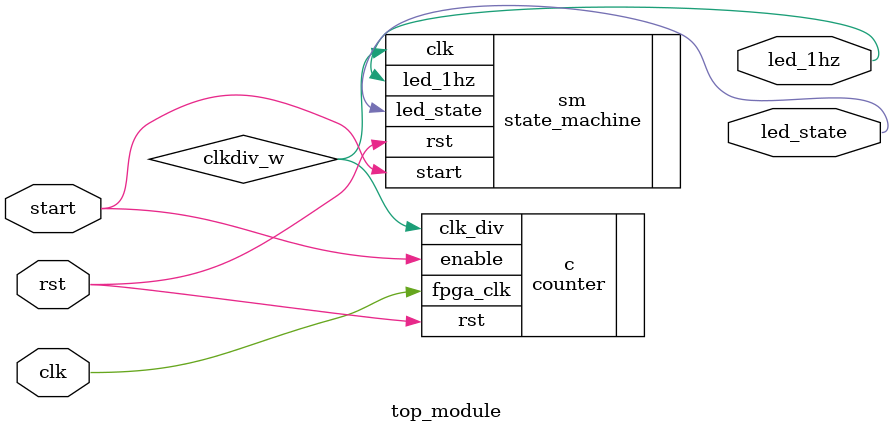
<source format=sv>
module top_module
(
	// Input Ports
	input clk,
	input rst,
	input start,
	
	// Output Ports
	output logic led_1hz,
	output logic led_state
);

wire clkdiv_w;

counter c(
   
	// Connection of sub-module counter and top-module  
 	// Connection input ports 
	.fpga_clk(clk),
	.rst(rst),
	.enable(start),
	
	// Connection output ports
	.clk_div(clkdiv_w)

);
state_machine sm(

	// Connection of sub-module statrts connece machine and top-module
	// connection input ports
	.clk(clkdiv_w),
	.rst(rst),
	.start(start),
	
	// Connections output ports
	.led_1hz(led_1hz),
	.led_state(led_state)

);

endmodule

</source>
